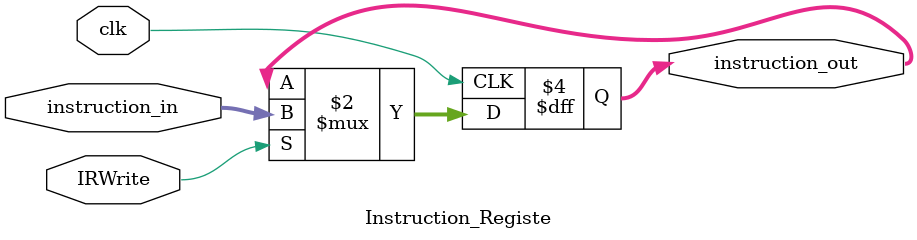
<source format=v>
`timescale 1ns / 1ps


module Instruction_Registe(clk, IRWrite, instruction_in, instruction_out);
    input clk, IRWrite; // clock & write enable   
    input [31:0] instruction_in; // instruction input
    output reg [31:0] instruction_out; // instruction outpu
    
always @(posedge clk) begin
    if (IRWrite) begin
       instruction_out <= instruction_in;
    end
end

endmodule

</source>
